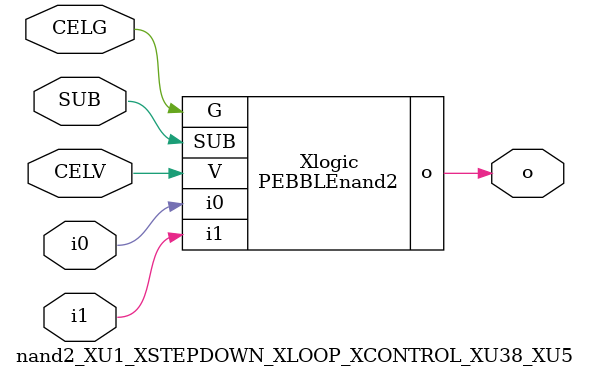
<source format=v>



module PEBBLEnand2 ( o, G, SUB, V, i0, i1 );

  input i0;
  input V;
  input i1;
  input G;
  output o;
  input SUB;
endmodule

//Celera Confidential Do Not Copy nand2_XU1_XSTEPDOWN_XLOOP_XCONTROL_XU38_XU5
//Celera Confidential Symbol Generator
//5V NAND2
module nand2_XU1_XSTEPDOWN_XLOOP_XCONTROL_XU38_XU5 (CELV,CELG,i0,i1,o,SUB);
input CELV;
input CELG;
input i0;
input i1;
input SUB;
output o;

//Celera Confidential Do Not Copy nand2
PEBBLEnand2 Xlogic(
.V (CELV),
.i0 (i0),
.i1 (i1),
.o (o),
.SUB (SUB),
.G (CELG)
);
//,diesize,PEBBLEnand2

//Celera Confidential Do Not Copy Module End
//Celera Schematic Generator
endmodule

</source>
